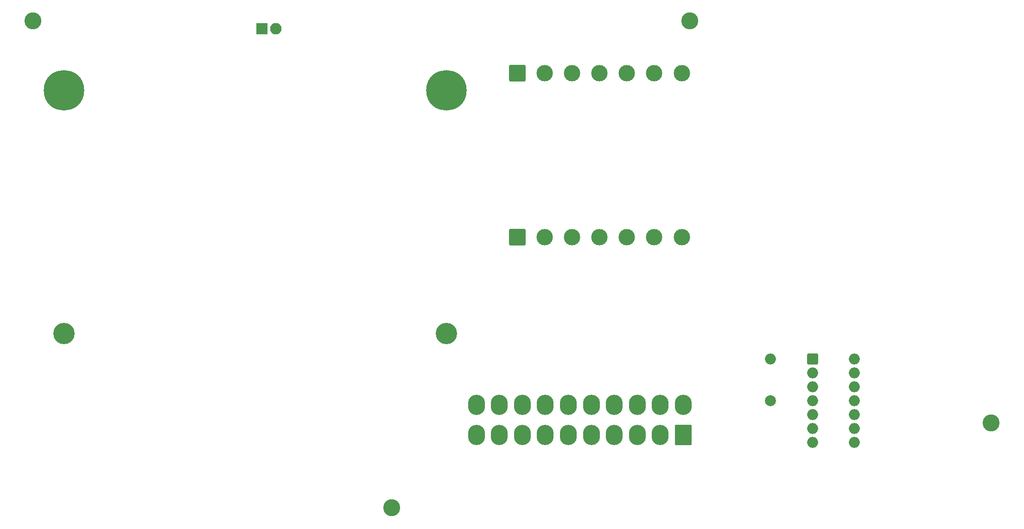
<source format=gbs>
G04 #@! TF.GenerationSoftware,KiCad,Pcbnew,(6.0.6)*
G04 #@! TF.CreationDate,2022-12-15T15:42:19-06:00*
G04 #@! TF.ProjectId,X6800 PicoPSU v2,58363830-3020-4506-9963-6f5053552076,rev?*
G04 #@! TF.SameCoordinates,Original*
G04 #@! TF.FileFunction,Soldermask,Bot*
G04 #@! TF.FilePolarity,Negative*
%FSLAX46Y46*%
G04 Gerber Fmt 4.6, Leading zero omitted, Abs format (unit mm)*
G04 Created by KiCad (PCBNEW (6.0.6)) date 2022-12-15 15:42:19*
%MOMM*%
%LPD*%
G01*
G04 APERTURE LIST*
G04 Aperture macros list*
%AMRoundRect*
0 Rectangle with rounded corners*
0 $1 Rounding radius*
0 $2 $3 $4 $5 $6 $7 $8 $9 X,Y pos of 4 corners*
0 Add a 4 corners polygon primitive as box body*
4,1,4,$2,$3,$4,$5,$6,$7,$8,$9,$2,$3,0*
0 Add four circle primitives for the rounded corners*
1,1,$1+$1,$2,$3*
1,1,$1+$1,$4,$5*
1,1,$1+$1,$6,$7*
1,1,$1+$1,$8,$9*
0 Add four rect primitives between the rounded corners*
20,1,$1+$1,$2,$3,$4,$5,0*
20,1,$1+$1,$4,$5,$6,$7,0*
20,1,$1+$1,$6,$7,$8,$9,0*
20,1,$1+$1,$8,$9,$2,$3,0*%
G04 Aperture macros list end*
%ADD10C,3.100000*%
%ADD11C,7.400000*%
%ADD12C,1.200000*%
%ADD13C,3.900000*%
%ADD14C,3.000000*%
%ADD15RoundRect,0.200000X-1.300000X-1.300000X1.300000X-1.300000X1.300000X1.300000X-1.300000X1.300000X0*%
%ADD16O,3.100000X3.700000*%
%ADD17RoundRect,0.200000X1.350000X1.650000X-1.350000X1.650000X-1.350000X-1.650000X1.350000X-1.650000X0*%
%ADD18O,2.000000X2.000000*%
%ADD19RoundRect,0.200000X-0.800000X-0.800000X0.800000X-0.800000X0.800000X0.800000X-0.800000X0.800000X0*%
%ADD20C,2.000000*%
%ADD21O,2.100000X2.100000*%
%ADD22RoundRect,0.200000X0.850000X-0.850000X0.850000X0.850000X-0.850000X0.850000X-0.850000X-0.850000X0*%
G04 APERTURE END LIST*
D10*
X233500000Y-126000000D03*
X58500000Y-52500000D03*
D11*
X134025000Y-65175000D03*
D12*
X136650000Y-65175000D03*
X135881155Y-67031155D03*
X134025000Y-67800000D03*
X132168845Y-67031155D03*
X131400000Y-65175000D03*
X132168845Y-63318845D03*
X134025000Y-62550000D03*
X135881155Y-63318845D03*
D13*
X134025000Y-109625000D03*
D14*
X177000000Y-92000000D03*
X172000000Y-92000000D03*
X167000000Y-92000000D03*
X162000000Y-92000000D03*
X157000000Y-92000000D03*
X152000000Y-92000000D03*
D15*
X147000000Y-92000000D03*
D10*
X124000000Y-141500000D03*
D16*
X139500000Y-122700000D03*
X143700000Y-122700000D03*
X147900000Y-122700000D03*
X152100000Y-122700000D03*
X156300000Y-122700000D03*
X160500000Y-122700000D03*
X164700000Y-122700000D03*
X168900000Y-122700000D03*
X173100000Y-122700000D03*
X177300000Y-122700000D03*
X139500000Y-128200000D03*
X143700000Y-128200000D03*
X147900000Y-128200000D03*
X152100000Y-128200000D03*
X156300000Y-128200000D03*
X160500000Y-128200000D03*
X164700000Y-128200000D03*
X168900000Y-128200000D03*
X173100000Y-128200000D03*
D17*
X177300000Y-128200000D03*
D18*
X208520000Y-114280000D03*
X200900000Y-129520000D03*
X208520000Y-116820000D03*
X200900000Y-126980000D03*
X208520000Y-119360000D03*
X200900000Y-124440000D03*
X208520000Y-121900000D03*
X200900000Y-121900000D03*
X208520000Y-124440000D03*
X200900000Y-119360000D03*
X208520000Y-126980000D03*
X200900000Y-116820000D03*
X208520000Y-129520000D03*
D19*
X200900000Y-114280000D03*
D18*
X193228734Y-114280000D03*
D20*
X193228734Y-121900000D03*
D21*
X102908100Y-53908960D03*
D22*
X100368100Y-53908960D03*
D10*
X178500000Y-52500000D03*
D15*
X147000000Y-62000000D03*
D14*
X152000000Y-62000000D03*
X157000000Y-62000000D03*
X162000000Y-62000000D03*
X167000000Y-62000000D03*
X172000000Y-62000000D03*
X177000000Y-62000000D03*
D13*
X64175000Y-109625000D03*
D12*
X66031155Y-63318845D03*
X64175000Y-62550000D03*
X62318845Y-63318845D03*
X61550000Y-65175000D03*
X62318845Y-67031155D03*
X64175000Y-67800000D03*
X66031155Y-67031155D03*
X66800000Y-65175000D03*
D11*
X64175000Y-65175000D03*
M02*

</source>
